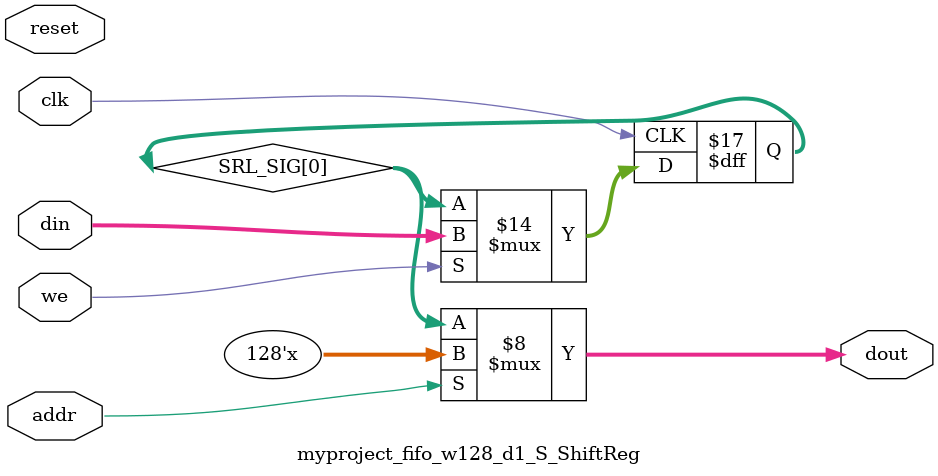
<source format=v>

`timescale 1ns/1ps

module myproject_fifo_w128_d1_S
#(parameter
    MEM_STYLE    = "shiftReg",
    DATA_WIDTH   = 128,
    ADDR_WIDTH   = 1,
    DEPTH        = 1)
(
    // system signal
    input  wire                  clk,
    input  wire                  reset,

    // write
    output wire                  if_full_n,
    input  wire                  if_write_ce,
    input  wire                  if_write,
    input  wire [DATA_WIDTH-1:0] if_din,
    
    // read 
    output wire [ADDR_WIDTH:0]   if_num_data_valid, // for FRP
    output wire [ADDR_WIDTH:0]   if_fifo_cap,       // for FRP

    output wire                  if_empty_n,
    input  wire                  if_read_ce,
    input  wire                  if_read,
    output wire [DATA_WIDTH-1:0] if_dout
);
//------------------------Parameter----------------------

//------------------------Local signal-------------------
    wire [ADDR_WIDTH-1:0] addr;
    wire                  push;
    wire                  pop;
    reg signed [ADDR_WIDTH:0] mOutPtr;
    reg                   empty_n = 1'b0;
    reg                   full_n = 1'b1; 
    // has num_data_valid? 
    reg  [ADDR_WIDTH:0]   num_data_valid; //yes 
//------------------------Instantiation------------------
    myproject_fifo_w128_d1_S_ShiftReg 
    #(  .DATA_WIDTH (DATA_WIDTH),
        .ADDR_WIDTH (ADDR_WIDTH),
        .DEPTH      (DEPTH))
    U_myproject_fifo_w128_d1_S_ShiftReg (
        .clk        (clk),
        .we         (push),
        .addr       (addr),
        .din        (if_din),
        .dout       (if_dout)
    );
//------------------------Task and function--------------

//------------------------Body---------------------------
    // num_data_valid 
    assign if_num_data_valid = num_data_valid;
    assign if_fifo_cap       = DEPTH;

    // almost full/empty 

    // program full/empty 

    assign if_full_n  = full_n; 
    assign if_empty_n = empty_n;

    assign push       = full_n & if_write_ce & if_write;
    assign pop        = empty_n & if_read_ce & if_read;

    assign addr       = mOutPtr[ADDR_WIDTH] == 1'b0 ? mOutPtr[ADDR_WIDTH-1:0] : {ADDR_WIDTH{1'b0}};

    // mOutPtr
    always @(posedge clk) begin
        if (reset)
            mOutPtr <= {ADDR_WIDTH+1{1'b1}};
        else if (push & ~pop)
            mOutPtr <= mOutPtr + 1'b1;
        else if (~push & pop)
            mOutPtr <= mOutPtr - 1'b1;
    end

    // full_n
    always @(posedge clk) begin
        if (reset)
            full_n <= 1'b1;
        else if ((push & ~pop) && (mOutPtr == DEPTH - 2))
            full_n <= 1'b0;
        else if (~push & pop)
            full_n <= 1'b1;
    end

    // empty_n
    always @(posedge clk) begin
        if (reset)
            empty_n <= 1'b0;
        else if (push & ~pop)
            empty_n <= 1'b1;
        else if ((~push & pop) && (mOutPtr == 0))
            empty_n <= 1'b0;
    end

    // almost_full_n 

    // almost_empty_n 

    // prog_full_n 
 
    // prog_empty_n 

    // num_data_valid 
    always @(posedge clk) begin
        if (reset)
            num_data_valid <= {ADDR_WIDTH+1{1'b0}};
        else if ( push & ~pop)
            num_data_valid <= num_data_valid + 1;
        else if (~push & pop)
            num_data_valid <= num_data_valid - 1;
    end // 

endmodule  


module myproject_fifo_w128_d1_S_ShiftReg
#(parameter
    DATA_WIDTH  = 128,
    ADDR_WIDTH  = 1,
    DEPTH       = 1)
(
    input  wire                  clk,
    input  wire                  reset,
    input  wire                  we,
    input  wire [ADDR_WIDTH-1:0] addr,
    input  wire [DATA_WIDTH-1:0] din,
    output wire [DATA_WIDTH-1:0] dout
);

    reg [DATA_WIDTH-1:0] SRL_SIG [0:DEPTH-1];
    integer i;

    always @ (posedge clk) begin
        if (we) begin
            for (i=0; i<DEPTH-1; i=i+1)
                SRL_SIG[i+1] <= SRL_SIG[i];
            SRL_SIG[0] <= din;
        end
    end

    assign dout = SRL_SIG[addr];

endmodule
</source>
